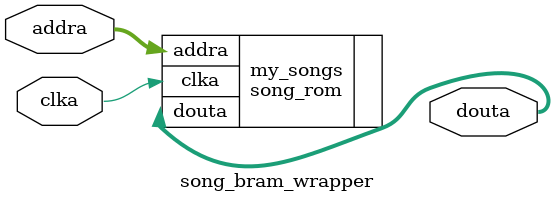
<source format=sv>
module song_bram_wrapper(
  input logic clka,
  input logic [9:0] addra,
  output logic [7:0] douta
);
    song_rom my_songs(.clka(clka), .addra(addra), .douta(douta));
endmodule

</source>
